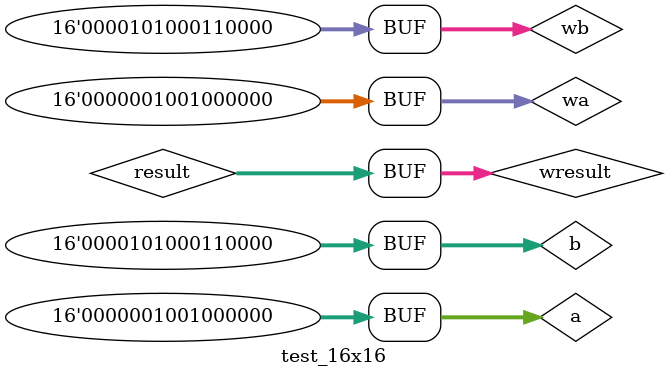
<source format=v>
module test_16x16;
reg [15:0] a,b;
wire [31:0] result;

vedic16x16 V0(a, b, result);

wire [31:0] wresult;
wire[15:0]  wa;
wire[15:0] wb;

assign wresult = result;
assign wa = a;
assign wb = b;


initial begin

    $display("TestBench Running...");
	$dumpfile("Mul.vcd");
    $dumpvars(0, test_16x16);

    #20 a= 16'b0000000000110000; b= 16'b0000101000100011;
    
    #20 a= 16'b0000001010100000; b= 16'b0000101000100101;
    
    #20 a= 16'b0000101000010011; b= 16'b0000101001110011;
    
    #20 a= 16'b0000001001000000; b= 16'b0000101000110000;
    
    //#50 $finish; 
end

//always #5 clk = ~clk  ; 

endmodule
</source>
